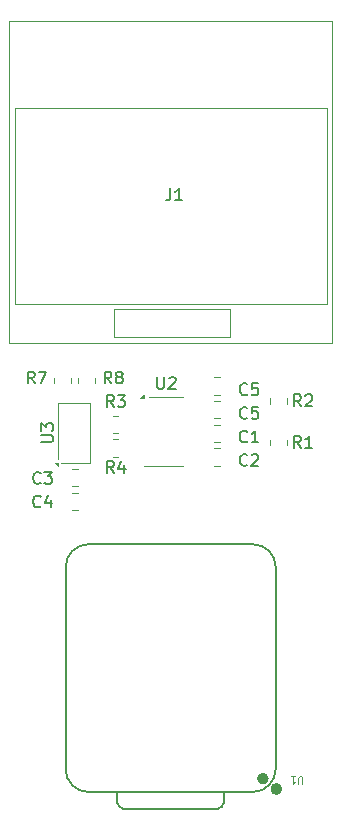
<source format=gbr>
%TF.GenerationSoftware,KiCad,Pcbnew,9.0.3*%
%TF.CreationDate,2025-08-21T16:00:50-04:00*%
%TF.ProjectId,hermes,6865726d-6573-42e6-9b69-6361645f7063,rev?*%
%TF.SameCoordinates,Original*%
%TF.FileFunction,Legend,Top*%
%TF.FilePolarity,Positive*%
%FSLAX46Y46*%
G04 Gerber Fmt 4.6, Leading zero omitted, Abs format (unit mm)*
G04 Created by KiCad (PCBNEW 9.0.3) date 2025-08-21 16:00:50*
%MOMM*%
%LPD*%
G01*
G04 APERTURE LIST*
%ADD10C,0.150000*%
%ADD11C,0.101600*%
%ADD12C,0.120000*%
%ADD13C,0.127000*%
%ADD14C,0.100000*%
%ADD15C,0.504000*%
G04 APERTURE END LIST*
D10*
X153028333Y-100359580D02*
X152980714Y-100407200D01*
X152980714Y-100407200D02*
X152837857Y-100454819D01*
X152837857Y-100454819D02*
X152742619Y-100454819D01*
X152742619Y-100454819D02*
X152599762Y-100407200D01*
X152599762Y-100407200D02*
X152504524Y-100311961D01*
X152504524Y-100311961D02*
X152456905Y-100216723D01*
X152456905Y-100216723D02*
X152409286Y-100026247D01*
X152409286Y-100026247D02*
X152409286Y-99883390D01*
X152409286Y-99883390D02*
X152456905Y-99692914D01*
X152456905Y-99692914D02*
X152504524Y-99597676D01*
X152504524Y-99597676D02*
X152599762Y-99502438D01*
X152599762Y-99502438D02*
X152742619Y-99454819D01*
X152742619Y-99454819D02*
X152837857Y-99454819D01*
X152837857Y-99454819D02*
X152980714Y-99502438D01*
X152980714Y-99502438D02*
X153028333Y-99550057D01*
X153933095Y-99454819D02*
X153456905Y-99454819D01*
X153456905Y-99454819D02*
X153409286Y-99931009D01*
X153409286Y-99931009D02*
X153456905Y-99883390D01*
X153456905Y-99883390D02*
X153552143Y-99835771D01*
X153552143Y-99835771D02*
X153790238Y-99835771D01*
X153790238Y-99835771D02*
X153885476Y-99883390D01*
X153885476Y-99883390D02*
X153933095Y-99931009D01*
X153933095Y-99931009D02*
X153980714Y-100026247D01*
X153980714Y-100026247D02*
X153980714Y-100264342D01*
X153980714Y-100264342D02*
X153933095Y-100359580D01*
X153933095Y-100359580D02*
X153885476Y-100407200D01*
X153885476Y-100407200D02*
X153790238Y-100454819D01*
X153790238Y-100454819D02*
X153552143Y-100454819D01*
X153552143Y-100454819D02*
X153456905Y-100407200D01*
X153456905Y-100407200D02*
X153409286Y-100359580D01*
X157578333Y-102896019D02*
X157245000Y-102419828D01*
X157006905Y-102896019D02*
X157006905Y-101896019D01*
X157006905Y-101896019D02*
X157387857Y-101896019D01*
X157387857Y-101896019D02*
X157483095Y-101943638D01*
X157483095Y-101943638D02*
X157530714Y-101991257D01*
X157530714Y-101991257D02*
X157578333Y-102086495D01*
X157578333Y-102086495D02*
X157578333Y-102229352D01*
X157578333Y-102229352D02*
X157530714Y-102324590D01*
X157530714Y-102324590D02*
X157483095Y-102372209D01*
X157483095Y-102372209D02*
X157387857Y-102419828D01*
X157387857Y-102419828D02*
X157006905Y-102419828D01*
X158530714Y-102896019D02*
X157959286Y-102896019D01*
X158245000Y-102896019D02*
X158245000Y-101896019D01*
X158245000Y-101896019D02*
X158149762Y-102038876D01*
X158149762Y-102038876D02*
X158054524Y-102134114D01*
X158054524Y-102134114D02*
X157959286Y-102181733D01*
D11*
X157703809Y-131346520D02*
X157703809Y-130832473D01*
X157703809Y-130832473D02*
X157673571Y-130771997D01*
X157673571Y-130771997D02*
X157643333Y-130741759D01*
X157643333Y-130741759D02*
X157582857Y-130711520D01*
X157582857Y-130711520D02*
X157461904Y-130711520D01*
X157461904Y-130711520D02*
X157401428Y-130741759D01*
X157401428Y-130741759D02*
X157371190Y-130771997D01*
X157371190Y-130771997D02*
X157340952Y-130832473D01*
X157340952Y-130832473D02*
X157340952Y-131346520D01*
X156705952Y-130711520D02*
X157068809Y-130711520D01*
X156887381Y-130711520D02*
X156887381Y-131346520D01*
X156887381Y-131346520D02*
X156947857Y-131255806D01*
X156947857Y-131255806D02*
X157008333Y-131195330D01*
X157008333Y-131195330D02*
X157068809Y-131165092D01*
D10*
X135528333Y-107859580D02*
X135480714Y-107907200D01*
X135480714Y-107907200D02*
X135337857Y-107954819D01*
X135337857Y-107954819D02*
X135242619Y-107954819D01*
X135242619Y-107954819D02*
X135099762Y-107907200D01*
X135099762Y-107907200D02*
X135004524Y-107811961D01*
X135004524Y-107811961D02*
X134956905Y-107716723D01*
X134956905Y-107716723D02*
X134909286Y-107526247D01*
X134909286Y-107526247D02*
X134909286Y-107383390D01*
X134909286Y-107383390D02*
X134956905Y-107192914D01*
X134956905Y-107192914D02*
X135004524Y-107097676D01*
X135004524Y-107097676D02*
X135099762Y-107002438D01*
X135099762Y-107002438D02*
X135242619Y-106954819D01*
X135242619Y-106954819D02*
X135337857Y-106954819D01*
X135337857Y-106954819D02*
X135480714Y-107002438D01*
X135480714Y-107002438D02*
X135528333Y-107050057D01*
X136385476Y-107288152D02*
X136385476Y-107954819D01*
X136147381Y-106907200D02*
X135909286Y-107621485D01*
X135909286Y-107621485D02*
X136528333Y-107621485D01*
X141528333Y-97454819D02*
X141195000Y-96978628D01*
X140956905Y-97454819D02*
X140956905Y-96454819D01*
X140956905Y-96454819D02*
X141337857Y-96454819D01*
X141337857Y-96454819D02*
X141433095Y-96502438D01*
X141433095Y-96502438D02*
X141480714Y-96550057D01*
X141480714Y-96550057D02*
X141528333Y-96645295D01*
X141528333Y-96645295D02*
X141528333Y-96788152D01*
X141528333Y-96788152D02*
X141480714Y-96883390D01*
X141480714Y-96883390D02*
X141433095Y-96931009D01*
X141433095Y-96931009D02*
X141337857Y-96978628D01*
X141337857Y-96978628D02*
X140956905Y-96978628D01*
X142099762Y-96883390D02*
X142004524Y-96835771D01*
X142004524Y-96835771D02*
X141956905Y-96788152D01*
X141956905Y-96788152D02*
X141909286Y-96692914D01*
X141909286Y-96692914D02*
X141909286Y-96645295D01*
X141909286Y-96645295D02*
X141956905Y-96550057D01*
X141956905Y-96550057D02*
X142004524Y-96502438D01*
X142004524Y-96502438D02*
X142099762Y-96454819D01*
X142099762Y-96454819D02*
X142290238Y-96454819D01*
X142290238Y-96454819D02*
X142385476Y-96502438D01*
X142385476Y-96502438D02*
X142433095Y-96550057D01*
X142433095Y-96550057D02*
X142480714Y-96645295D01*
X142480714Y-96645295D02*
X142480714Y-96692914D01*
X142480714Y-96692914D02*
X142433095Y-96788152D01*
X142433095Y-96788152D02*
X142385476Y-96835771D01*
X142385476Y-96835771D02*
X142290238Y-96883390D01*
X142290238Y-96883390D02*
X142099762Y-96883390D01*
X142099762Y-96883390D02*
X142004524Y-96931009D01*
X142004524Y-96931009D02*
X141956905Y-96978628D01*
X141956905Y-96978628D02*
X141909286Y-97073866D01*
X141909286Y-97073866D02*
X141909286Y-97264342D01*
X141909286Y-97264342D02*
X141956905Y-97359580D01*
X141956905Y-97359580D02*
X142004524Y-97407200D01*
X142004524Y-97407200D02*
X142099762Y-97454819D01*
X142099762Y-97454819D02*
X142290238Y-97454819D01*
X142290238Y-97454819D02*
X142385476Y-97407200D01*
X142385476Y-97407200D02*
X142433095Y-97359580D01*
X142433095Y-97359580D02*
X142480714Y-97264342D01*
X142480714Y-97264342D02*
X142480714Y-97073866D01*
X142480714Y-97073866D02*
X142433095Y-96978628D01*
X142433095Y-96978628D02*
X142385476Y-96931009D01*
X142385476Y-96931009D02*
X142290238Y-96883390D01*
X135599819Y-102403104D02*
X136409342Y-102403104D01*
X136409342Y-102403104D02*
X136504580Y-102355485D01*
X136504580Y-102355485D02*
X136552200Y-102307866D01*
X136552200Y-102307866D02*
X136599819Y-102212628D01*
X136599819Y-102212628D02*
X136599819Y-102022152D01*
X136599819Y-102022152D02*
X136552200Y-101926914D01*
X136552200Y-101926914D02*
X136504580Y-101879295D01*
X136504580Y-101879295D02*
X136409342Y-101831676D01*
X136409342Y-101831676D02*
X135599819Y-101831676D01*
X135599819Y-101450723D02*
X135599819Y-100831676D01*
X135599819Y-100831676D02*
X135980771Y-101165009D01*
X135980771Y-101165009D02*
X135980771Y-101022152D01*
X135980771Y-101022152D02*
X136028390Y-100926914D01*
X136028390Y-100926914D02*
X136076009Y-100879295D01*
X136076009Y-100879295D02*
X136171247Y-100831676D01*
X136171247Y-100831676D02*
X136409342Y-100831676D01*
X136409342Y-100831676D02*
X136504580Y-100879295D01*
X136504580Y-100879295D02*
X136552200Y-100926914D01*
X136552200Y-100926914D02*
X136599819Y-101022152D01*
X136599819Y-101022152D02*
X136599819Y-101307866D01*
X136599819Y-101307866D02*
X136552200Y-101403104D01*
X136552200Y-101403104D02*
X136504580Y-101450723D01*
X141728333Y-99454819D02*
X141395000Y-98978628D01*
X141156905Y-99454819D02*
X141156905Y-98454819D01*
X141156905Y-98454819D02*
X141537857Y-98454819D01*
X141537857Y-98454819D02*
X141633095Y-98502438D01*
X141633095Y-98502438D02*
X141680714Y-98550057D01*
X141680714Y-98550057D02*
X141728333Y-98645295D01*
X141728333Y-98645295D02*
X141728333Y-98788152D01*
X141728333Y-98788152D02*
X141680714Y-98883390D01*
X141680714Y-98883390D02*
X141633095Y-98931009D01*
X141633095Y-98931009D02*
X141537857Y-98978628D01*
X141537857Y-98978628D02*
X141156905Y-98978628D01*
X142061667Y-98454819D02*
X142680714Y-98454819D01*
X142680714Y-98454819D02*
X142347381Y-98835771D01*
X142347381Y-98835771D02*
X142490238Y-98835771D01*
X142490238Y-98835771D02*
X142585476Y-98883390D01*
X142585476Y-98883390D02*
X142633095Y-98931009D01*
X142633095Y-98931009D02*
X142680714Y-99026247D01*
X142680714Y-99026247D02*
X142680714Y-99264342D01*
X142680714Y-99264342D02*
X142633095Y-99359580D01*
X142633095Y-99359580D02*
X142585476Y-99407200D01*
X142585476Y-99407200D02*
X142490238Y-99454819D01*
X142490238Y-99454819D02*
X142204524Y-99454819D01*
X142204524Y-99454819D02*
X142109286Y-99407200D01*
X142109286Y-99407200D02*
X142061667Y-99359580D01*
X153028333Y-104359580D02*
X152980714Y-104407200D01*
X152980714Y-104407200D02*
X152837857Y-104454819D01*
X152837857Y-104454819D02*
X152742619Y-104454819D01*
X152742619Y-104454819D02*
X152599762Y-104407200D01*
X152599762Y-104407200D02*
X152504524Y-104311961D01*
X152504524Y-104311961D02*
X152456905Y-104216723D01*
X152456905Y-104216723D02*
X152409286Y-104026247D01*
X152409286Y-104026247D02*
X152409286Y-103883390D01*
X152409286Y-103883390D02*
X152456905Y-103692914D01*
X152456905Y-103692914D02*
X152504524Y-103597676D01*
X152504524Y-103597676D02*
X152599762Y-103502438D01*
X152599762Y-103502438D02*
X152742619Y-103454819D01*
X152742619Y-103454819D02*
X152837857Y-103454819D01*
X152837857Y-103454819D02*
X152980714Y-103502438D01*
X152980714Y-103502438D02*
X153028333Y-103550057D01*
X153409286Y-103550057D02*
X153456905Y-103502438D01*
X153456905Y-103502438D02*
X153552143Y-103454819D01*
X153552143Y-103454819D02*
X153790238Y-103454819D01*
X153790238Y-103454819D02*
X153885476Y-103502438D01*
X153885476Y-103502438D02*
X153933095Y-103550057D01*
X153933095Y-103550057D02*
X153980714Y-103645295D01*
X153980714Y-103645295D02*
X153980714Y-103740533D01*
X153980714Y-103740533D02*
X153933095Y-103883390D01*
X153933095Y-103883390D02*
X153361667Y-104454819D01*
X153361667Y-104454819D02*
X153980714Y-104454819D01*
X146511666Y-80950819D02*
X146511666Y-81665104D01*
X146511666Y-81665104D02*
X146464047Y-81807961D01*
X146464047Y-81807961D02*
X146368809Y-81903200D01*
X146368809Y-81903200D02*
X146225952Y-81950819D01*
X146225952Y-81950819D02*
X146130714Y-81950819D01*
X147511666Y-81950819D02*
X146940238Y-81950819D01*
X147225952Y-81950819D02*
X147225952Y-80950819D01*
X147225952Y-80950819D02*
X147130714Y-81093676D01*
X147130714Y-81093676D02*
X147035476Y-81188914D01*
X147035476Y-81188914D02*
X146940238Y-81236533D01*
X153028333Y-98359580D02*
X152980714Y-98407200D01*
X152980714Y-98407200D02*
X152837857Y-98454819D01*
X152837857Y-98454819D02*
X152742619Y-98454819D01*
X152742619Y-98454819D02*
X152599762Y-98407200D01*
X152599762Y-98407200D02*
X152504524Y-98311961D01*
X152504524Y-98311961D02*
X152456905Y-98216723D01*
X152456905Y-98216723D02*
X152409286Y-98026247D01*
X152409286Y-98026247D02*
X152409286Y-97883390D01*
X152409286Y-97883390D02*
X152456905Y-97692914D01*
X152456905Y-97692914D02*
X152504524Y-97597676D01*
X152504524Y-97597676D02*
X152599762Y-97502438D01*
X152599762Y-97502438D02*
X152742619Y-97454819D01*
X152742619Y-97454819D02*
X152837857Y-97454819D01*
X152837857Y-97454819D02*
X152980714Y-97502438D01*
X152980714Y-97502438D02*
X153028333Y-97550057D01*
X153933095Y-97454819D02*
X153456905Y-97454819D01*
X153456905Y-97454819D02*
X153409286Y-97931009D01*
X153409286Y-97931009D02*
X153456905Y-97883390D01*
X153456905Y-97883390D02*
X153552143Y-97835771D01*
X153552143Y-97835771D02*
X153790238Y-97835771D01*
X153790238Y-97835771D02*
X153885476Y-97883390D01*
X153885476Y-97883390D02*
X153933095Y-97931009D01*
X153933095Y-97931009D02*
X153980714Y-98026247D01*
X153980714Y-98026247D02*
X153980714Y-98264342D01*
X153980714Y-98264342D02*
X153933095Y-98359580D01*
X153933095Y-98359580D02*
X153885476Y-98407200D01*
X153885476Y-98407200D02*
X153790238Y-98454819D01*
X153790238Y-98454819D02*
X153552143Y-98454819D01*
X153552143Y-98454819D02*
X153456905Y-98407200D01*
X153456905Y-98407200D02*
X153409286Y-98359580D01*
X145403095Y-96926019D02*
X145403095Y-97735542D01*
X145403095Y-97735542D02*
X145450714Y-97830780D01*
X145450714Y-97830780D02*
X145498333Y-97878400D01*
X145498333Y-97878400D02*
X145593571Y-97926019D01*
X145593571Y-97926019D02*
X145784047Y-97926019D01*
X145784047Y-97926019D02*
X145879285Y-97878400D01*
X145879285Y-97878400D02*
X145926904Y-97830780D01*
X145926904Y-97830780D02*
X145974523Y-97735542D01*
X145974523Y-97735542D02*
X145974523Y-96926019D01*
X146403095Y-97021257D02*
X146450714Y-96973638D01*
X146450714Y-96973638D02*
X146545952Y-96926019D01*
X146545952Y-96926019D02*
X146784047Y-96926019D01*
X146784047Y-96926019D02*
X146879285Y-96973638D01*
X146879285Y-96973638D02*
X146926904Y-97021257D01*
X146926904Y-97021257D02*
X146974523Y-97116495D01*
X146974523Y-97116495D02*
X146974523Y-97211733D01*
X146974523Y-97211733D02*
X146926904Y-97354590D01*
X146926904Y-97354590D02*
X146355476Y-97926019D01*
X146355476Y-97926019D02*
X146974523Y-97926019D01*
X141728333Y-105046019D02*
X141395000Y-104569828D01*
X141156905Y-105046019D02*
X141156905Y-104046019D01*
X141156905Y-104046019D02*
X141537857Y-104046019D01*
X141537857Y-104046019D02*
X141633095Y-104093638D01*
X141633095Y-104093638D02*
X141680714Y-104141257D01*
X141680714Y-104141257D02*
X141728333Y-104236495D01*
X141728333Y-104236495D02*
X141728333Y-104379352D01*
X141728333Y-104379352D02*
X141680714Y-104474590D01*
X141680714Y-104474590D02*
X141633095Y-104522209D01*
X141633095Y-104522209D02*
X141537857Y-104569828D01*
X141537857Y-104569828D02*
X141156905Y-104569828D01*
X142585476Y-104379352D02*
X142585476Y-105046019D01*
X142347381Y-103998400D02*
X142109286Y-104712685D01*
X142109286Y-104712685D02*
X142728333Y-104712685D01*
X153028333Y-102359580D02*
X152980714Y-102407200D01*
X152980714Y-102407200D02*
X152837857Y-102454819D01*
X152837857Y-102454819D02*
X152742619Y-102454819D01*
X152742619Y-102454819D02*
X152599762Y-102407200D01*
X152599762Y-102407200D02*
X152504524Y-102311961D01*
X152504524Y-102311961D02*
X152456905Y-102216723D01*
X152456905Y-102216723D02*
X152409286Y-102026247D01*
X152409286Y-102026247D02*
X152409286Y-101883390D01*
X152409286Y-101883390D02*
X152456905Y-101692914D01*
X152456905Y-101692914D02*
X152504524Y-101597676D01*
X152504524Y-101597676D02*
X152599762Y-101502438D01*
X152599762Y-101502438D02*
X152742619Y-101454819D01*
X152742619Y-101454819D02*
X152837857Y-101454819D01*
X152837857Y-101454819D02*
X152980714Y-101502438D01*
X152980714Y-101502438D02*
X153028333Y-101550057D01*
X153980714Y-102454819D02*
X153409286Y-102454819D01*
X153695000Y-102454819D02*
X153695000Y-101454819D01*
X153695000Y-101454819D02*
X153599762Y-101597676D01*
X153599762Y-101597676D02*
X153504524Y-101692914D01*
X153504524Y-101692914D02*
X153409286Y-101740533D01*
X135528333Y-105859580D02*
X135480714Y-105907200D01*
X135480714Y-105907200D02*
X135337857Y-105954819D01*
X135337857Y-105954819D02*
X135242619Y-105954819D01*
X135242619Y-105954819D02*
X135099762Y-105907200D01*
X135099762Y-105907200D02*
X135004524Y-105811961D01*
X135004524Y-105811961D02*
X134956905Y-105716723D01*
X134956905Y-105716723D02*
X134909286Y-105526247D01*
X134909286Y-105526247D02*
X134909286Y-105383390D01*
X134909286Y-105383390D02*
X134956905Y-105192914D01*
X134956905Y-105192914D02*
X135004524Y-105097676D01*
X135004524Y-105097676D02*
X135099762Y-105002438D01*
X135099762Y-105002438D02*
X135242619Y-104954819D01*
X135242619Y-104954819D02*
X135337857Y-104954819D01*
X135337857Y-104954819D02*
X135480714Y-105002438D01*
X135480714Y-105002438D02*
X135528333Y-105050057D01*
X135861667Y-104954819D02*
X136480714Y-104954819D01*
X136480714Y-104954819D02*
X136147381Y-105335771D01*
X136147381Y-105335771D02*
X136290238Y-105335771D01*
X136290238Y-105335771D02*
X136385476Y-105383390D01*
X136385476Y-105383390D02*
X136433095Y-105431009D01*
X136433095Y-105431009D02*
X136480714Y-105526247D01*
X136480714Y-105526247D02*
X136480714Y-105764342D01*
X136480714Y-105764342D02*
X136433095Y-105859580D01*
X136433095Y-105859580D02*
X136385476Y-105907200D01*
X136385476Y-105907200D02*
X136290238Y-105954819D01*
X136290238Y-105954819D02*
X136004524Y-105954819D01*
X136004524Y-105954819D02*
X135909286Y-105907200D01*
X135909286Y-105907200D02*
X135861667Y-105859580D01*
X157578333Y-99396019D02*
X157245000Y-98919828D01*
X157006905Y-99396019D02*
X157006905Y-98396019D01*
X157006905Y-98396019D02*
X157387857Y-98396019D01*
X157387857Y-98396019D02*
X157483095Y-98443638D01*
X157483095Y-98443638D02*
X157530714Y-98491257D01*
X157530714Y-98491257D02*
X157578333Y-98586495D01*
X157578333Y-98586495D02*
X157578333Y-98729352D01*
X157578333Y-98729352D02*
X157530714Y-98824590D01*
X157530714Y-98824590D02*
X157483095Y-98872209D01*
X157483095Y-98872209D02*
X157387857Y-98919828D01*
X157387857Y-98919828D02*
X157006905Y-98919828D01*
X157959286Y-98491257D02*
X158006905Y-98443638D01*
X158006905Y-98443638D02*
X158102143Y-98396019D01*
X158102143Y-98396019D02*
X158340238Y-98396019D01*
X158340238Y-98396019D02*
X158435476Y-98443638D01*
X158435476Y-98443638D02*
X158483095Y-98491257D01*
X158483095Y-98491257D02*
X158530714Y-98586495D01*
X158530714Y-98586495D02*
X158530714Y-98681733D01*
X158530714Y-98681733D02*
X158483095Y-98824590D01*
X158483095Y-98824590D02*
X157911667Y-99396019D01*
X157911667Y-99396019D02*
X158530714Y-99396019D01*
X135028333Y-97454819D02*
X134695000Y-96978628D01*
X134456905Y-97454819D02*
X134456905Y-96454819D01*
X134456905Y-96454819D02*
X134837857Y-96454819D01*
X134837857Y-96454819D02*
X134933095Y-96502438D01*
X134933095Y-96502438D02*
X134980714Y-96550057D01*
X134980714Y-96550057D02*
X135028333Y-96645295D01*
X135028333Y-96645295D02*
X135028333Y-96788152D01*
X135028333Y-96788152D02*
X134980714Y-96883390D01*
X134980714Y-96883390D02*
X134933095Y-96931009D01*
X134933095Y-96931009D02*
X134837857Y-96978628D01*
X134837857Y-96978628D02*
X134456905Y-96978628D01*
X135361667Y-96454819D02*
X136028333Y-96454819D01*
X136028333Y-96454819D02*
X135599762Y-97454819D01*
D12*
%TO.C,R1*%
X154960000Y-102668264D02*
X154960000Y-102214136D01*
X156430000Y-102668264D02*
X156430000Y-102214136D01*
D13*
%TO.C,U1*%
X137655000Y-112991000D02*
X137655000Y-130136000D01*
D14*
X139560000Y-132041000D02*
X153530000Y-132041000D01*
D13*
X139560000Y-132041000D02*
X153530000Y-132041000D01*
X142041000Y-132951000D02*
X142041000Y-132041000D01*
X150536272Y-133451000D02*
X142541000Y-133451000D01*
X151040000Y-132041000D02*
X151036272Y-132951272D01*
X153530000Y-111086000D02*
X139560000Y-111086000D01*
X155435000Y-112991000D02*
X155435000Y-130136000D01*
X137655000Y-112991000D02*
G75*
G02*
X139560000Y-111086000I1905000J0D01*
G01*
X139560000Y-132041000D02*
G75*
G02*
X137655000Y-130136000I0J1905000D01*
G01*
X142541000Y-133451000D02*
G75*
G02*
X142041000Y-132951000I0J500000D01*
G01*
X151036272Y-132951272D02*
G75*
G02*
X150536272Y-133450999I-500018J291D01*
G01*
X153530000Y-111086000D02*
G75*
G02*
X155435000Y-112991000I-1J-1905001D01*
G01*
X155435000Y-130136000D02*
G75*
G02*
X153530000Y-132041000I-1905001J1D01*
G01*
D15*
X154604000Y-130920000D02*
G75*
G02*
X154100000Y-130920000I-252000J0D01*
G01*
X154100000Y-130920000D02*
G75*
G02*
X154604000Y-130920000I252000J0D01*
G01*
X155747000Y-131800000D02*
G75*
G02*
X155243000Y-131800000I-252000J0D01*
G01*
X155243000Y-131800000D02*
G75*
G02*
X155747000Y-131800000I252000J0D01*
G01*
D12*
%TO.C,C4*%
X138183748Y-106706200D02*
X138706252Y-106706200D01*
X138183748Y-108176200D02*
X138706252Y-108176200D01*
%TO.C,R8*%
X138660000Y-96964136D02*
X138660000Y-97418264D01*
X140130000Y-96964136D02*
X140130000Y-97418264D01*
%TO.C,U3*%
X136995000Y-99091200D02*
X136995000Y-103891200D01*
X137295000Y-104191200D02*
X139695000Y-104191200D01*
X139695000Y-99091200D02*
X136995000Y-99091200D01*
X139695000Y-104191200D02*
X139695000Y-99091200D01*
X136995000Y-104471200D02*
X136715000Y-104191200D01*
X136995000Y-104191200D01*
X136995000Y-104471200D01*
G36*
X136995000Y-104471200D02*
G01*
X136715000Y-104191200D01*
X136995000Y-104191200D01*
X136995000Y-104471200D01*
G37*
%TO.C,C6*%
X150183748Y-98956200D02*
X150706252Y-98956200D01*
X150183748Y-100426200D02*
X150706252Y-100426200D01*
%TO.C,R3*%
X142122064Y-100206200D02*
X141667936Y-100206200D01*
X142122064Y-101676200D02*
X141667936Y-101676200D01*
%TO.C,C2*%
X150183748Y-102956200D02*
X150706252Y-102956200D01*
X150183748Y-104426200D02*
X150706252Y-104426200D01*
%TO.C,J1*%
X132845000Y-66750000D02*
X160245000Y-66750000D01*
X132845000Y-94050000D02*
X132845000Y-66750000D01*
X133383000Y-74130000D02*
X133383000Y-90767000D01*
X133383000Y-90767000D02*
X133637000Y-90755000D01*
X136723000Y-74155000D02*
X133383000Y-74130000D01*
X136723000Y-74155000D02*
X159823000Y-74155000D01*
X136723000Y-90755000D02*
X133637000Y-90755000D01*
X141765000Y-91148000D02*
X151544000Y-91148000D01*
X141765000Y-93561000D02*
X141765000Y-91148000D01*
X151544000Y-93561000D02*
X141765000Y-93561000D01*
X151544000Y-93561000D02*
X151544000Y-91148000D01*
X159823000Y-74155000D02*
X159823000Y-90755000D01*
X159823000Y-90755000D02*
X136723000Y-90755000D01*
X160245000Y-66750000D02*
X160245000Y-94050000D01*
X160245000Y-94050000D02*
X132845000Y-94050000D01*
%TO.C,C5*%
X150183748Y-96956200D02*
X150706252Y-96956200D01*
X150183748Y-98426200D02*
X150706252Y-98426200D01*
%TO.C,U2*%
X144695000Y-98621200D02*
X147585000Y-98621200D01*
X147605000Y-104441200D02*
X144295000Y-104441200D01*
X144255000Y-98691200D02*
X143975000Y-98691200D01*
X144255000Y-98411200D01*
X144255000Y-98691200D01*
G36*
X144255000Y-98691200D02*
G01*
X143975000Y-98691200D01*
X144255000Y-98411200D01*
X144255000Y-98691200D01*
G37*
%TO.C,R4*%
X142122064Y-102206200D02*
X141667936Y-102206200D01*
X142122064Y-103676200D02*
X141667936Y-103676200D01*
%TO.C,C1*%
X150183748Y-100956200D02*
X150706252Y-100956200D01*
X150183748Y-102426200D02*
X150706252Y-102426200D01*
%TO.C,C3*%
X138183748Y-104706200D02*
X138706252Y-104706200D01*
X138183748Y-106176200D02*
X138706252Y-106176200D01*
%TO.C,R2*%
X154960000Y-99168264D02*
X154960000Y-98714136D01*
X156430000Y-99168264D02*
X156430000Y-98714136D01*
%TO.C,R7*%
X136660000Y-96964136D02*
X136660000Y-97418264D01*
X138130000Y-96964136D02*
X138130000Y-97418264D01*
%TD*%
M02*

</source>
